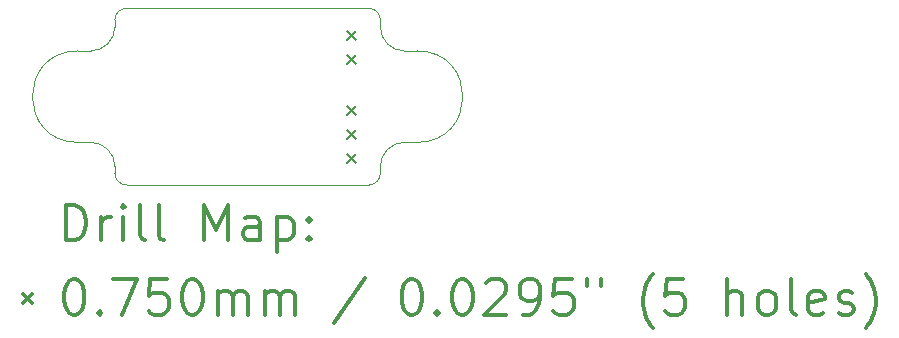
<source format=gbr>
%FSLAX45Y45*%
G04 Gerber Fmt 4.5, Leading zero omitted, Abs format (unit mm)*
G04 Created by KiCad (PCBNEW (5.1.10)-1) date 2021-10-26 19:42:28*
%MOMM*%
%LPD*%
G01*
G04 APERTURE LIST*
%TA.AperFunction,Profile*%
%ADD10C,0.050000*%
%TD*%
%ADD11C,0.200000*%
%ADD12C,0.300000*%
G04 APERTURE END LIST*
D10*
X16363950Y-10463530D02*
X16363950Y-10521950D01*
X16264890Y-10364470D02*
X14260830Y-10364470D01*
X14116050Y-10521950D02*
X14116050Y-10463530D01*
X14116050Y-11761470D02*
X14116050Y-11703050D01*
X16363950Y-11761470D02*
X16363950Y-11703050D01*
X16567150Y-11499850D02*
X16675100Y-11499850D01*
X16675100Y-10725150D02*
X16567150Y-10725150D01*
X13912850Y-10725150D02*
X13804900Y-10725150D01*
X13912850Y-11499850D02*
X13804900Y-11499850D01*
X13912850Y-11499850D02*
G75*
G02*
X14116050Y-11703050I0J-203200D01*
G01*
X14116050Y-10521950D02*
G75*
G02*
X13912850Y-10725150I-203200J0D01*
G01*
X16567150Y-10725150D02*
G75*
G02*
X16363950Y-10521950I0J203200D01*
G01*
X16363950Y-11703050D02*
G75*
G02*
X16567150Y-11499850I203200J0D01*
G01*
X16675100Y-10725150D02*
G75*
G02*
X16675100Y-11499850I0J-387350D01*
G01*
X13804900Y-11499850D02*
G75*
G02*
X13804900Y-10725150I0J387350D01*
G01*
X14215110Y-11860530D02*
X16219170Y-11860530D01*
X14215110Y-11860530D02*
G75*
G02*
X14116050Y-11761470I0J99060D01*
G01*
X16363950Y-11761470D02*
G75*
G02*
X16264890Y-11860530I-99060J0D01*
G01*
X16219170Y-11860530D02*
X16264890Y-11860530D01*
X14260830Y-10364470D02*
X14215110Y-10364470D01*
X14116050Y-10463530D02*
G75*
G02*
X14215110Y-10364470I99060J0D01*
G01*
X16264890Y-10364470D02*
G75*
G02*
X16363950Y-10463530I0J-99060D01*
G01*
D11*
X16078800Y-10560650D02*
X16153800Y-10635650D01*
X16153800Y-10560650D02*
X16078800Y-10635650D01*
X16078800Y-10760650D02*
X16153800Y-10835650D01*
X16153800Y-10760650D02*
X16078800Y-10835650D01*
X16078800Y-11195650D02*
X16153800Y-11270650D01*
X16153800Y-11195650D02*
X16078800Y-11270650D01*
X16078800Y-11395650D02*
X16153800Y-11470650D01*
X16153800Y-11395650D02*
X16078800Y-11470650D01*
X16078800Y-11595650D02*
X16153800Y-11670650D01*
X16153800Y-11595650D02*
X16078800Y-11670650D01*
D12*
X13701478Y-12328744D02*
X13701478Y-12028744D01*
X13772907Y-12028744D01*
X13815764Y-12043030D01*
X13844336Y-12071601D01*
X13858621Y-12100173D01*
X13872907Y-12157316D01*
X13872907Y-12200173D01*
X13858621Y-12257316D01*
X13844336Y-12285887D01*
X13815764Y-12314459D01*
X13772907Y-12328744D01*
X13701478Y-12328744D01*
X14001478Y-12328744D02*
X14001478Y-12128744D01*
X14001478Y-12185887D02*
X14015764Y-12157316D01*
X14030050Y-12143030D01*
X14058621Y-12128744D01*
X14087193Y-12128744D01*
X14187193Y-12328744D02*
X14187193Y-12128744D01*
X14187193Y-12028744D02*
X14172907Y-12043030D01*
X14187193Y-12057316D01*
X14201478Y-12043030D01*
X14187193Y-12028744D01*
X14187193Y-12057316D01*
X14372907Y-12328744D02*
X14344336Y-12314459D01*
X14330050Y-12285887D01*
X14330050Y-12028744D01*
X14530050Y-12328744D02*
X14501478Y-12314459D01*
X14487193Y-12285887D01*
X14487193Y-12028744D01*
X14872907Y-12328744D02*
X14872907Y-12028744D01*
X14972907Y-12243030D01*
X15072907Y-12028744D01*
X15072907Y-12328744D01*
X15344336Y-12328744D02*
X15344336Y-12171601D01*
X15330050Y-12143030D01*
X15301478Y-12128744D01*
X15244336Y-12128744D01*
X15215764Y-12143030D01*
X15344336Y-12314459D02*
X15315764Y-12328744D01*
X15244336Y-12328744D01*
X15215764Y-12314459D01*
X15201478Y-12285887D01*
X15201478Y-12257316D01*
X15215764Y-12228744D01*
X15244336Y-12214459D01*
X15315764Y-12214459D01*
X15344336Y-12200173D01*
X15487193Y-12128744D02*
X15487193Y-12428744D01*
X15487193Y-12143030D02*
X15515764Y-12128744D01*
X15572907Y-12128744D01*
X15601478Y-12143030D01*
X15615764Y-12157316D01*
X15630050Y-12185887D01*
X15630050Y-12271601D01*
X15615764Y-12300173D01*
X15601478Y-12314459D01*
X15572907Y-12328744D01*
X15515764Y-12328744D01*
X15487193Y-12314459D01*
X15758621Y-12300173D02*
X15772907Y-12314459D01*
X15758621Y-12328744D01*
X15744336Y-12314459D01*
X15758621Y-12300173D01*
X15758621Y-12328744D01*
X15758621Y-12143030D02*
X15772907Y-12157316D01*
X15758621Y-12171601D01*
X15744336Y-12157316D01*
X15758621Y-12143030D01*
X15758621Y-12171601D01*
X13340050Y-12785530D02*
X13415050Y-12860530D01*
X13415050Y-12785530D02*
X13340050Y-12860530D01*
X13758621Y-12658744D02*
X13787193Y-12658744D01*
X13815764Y-12673030D01*
X13830050Y-12687316D01*
X13844336Y-12715887D01*
X13858621Y-12773030D01*
X13858621Y-12844459D01*
X13844336Y-12901601D01*
X13830050Y-12930173D01*
X13815764Y-12944459D01*
X13787193Y-12958744D01*
X13758621Y-12958744D01*
X13730050Y-12944459D01*
X13715764Y-12930173D01*
X13701478Y-12901601D01*
X13687193Y-12844459D01*
X13687193Y-12773030D01*
X13701478Y-12715887D01*
X13715764Y-12687316D01*
X13730050Y-12673030D01*
X13758621Y-12658744D01*
X13987193Y-12930173D02*
X14001478Y-12944459D01*
X13987193Y-12958744D01*
X13972907Y-12944459D01*
X13987193Y-12930173D01*
X13987193Y-12958744D01*
X14101478Y-12658744D02*
X14301478Y-12658744D01*
X14172907Y-12958744D01*
X14558621Y-12658744D02*
X14415764Y-12658744D01*
X14401478Y-12801601D01*
X14415764Y-12787316D01*
X14444336Y-12773030D01*
X14515764Y-12773030D01*
X14544336Y-12787316D01*
X14558621Y-12801601D01*
X14572907Y-12830173D01*
X14572907Y-12901601D01*
X14558621Y-12930173D01*
X14544336Y-12944459D01*
X14515764Y-12958744D01*
X14444336Y-12958744D01*
X14415764Y-12944459D01*
X14401478Y-12930173D01*
X14758621Y-12658744D02*
X14787193Y-12658744D01*
X14815764Y-12673030D01*
X14830050Y-12687316D01*
X14844336Y-12715887D01*
X14858621Y-12773030D01*
X14858621Y-12844459D01*
X14844336Y-12901601D01*
X14830050Y-12930173D01*
X14815764Y-12944459D01*
X14787193Y-12958744D01*
X14758621Y-12958744D01*
X14730050Y-12944459D01*
X14715764Y-12930173D01*
X14701478Y-12901601D01*
X14687193Y-12844459D01*
X14687193Y-12773030D01*
X14701478Y-12715887D01*
X14715764Y-12687316D01*
X14730050Y-12673030D01*
X14758621Y-12658744D01*
X14987193Y-12958744D02*
X14987193Y-12758744D01*
X14987193Y-12787316D02*
X15001478Y-12773030D01*
X15030050Y-12758744D01*
X15072907Y-12758744D01*
X15101478Y-12773030D01*
X15115764Y-12801601D01*
X15115764Y-12958744D01*
X15115764Y-12801601D02*
X15130050Y-12773030D01*
X15158621Y-12758744D01*
X15201478Y-12758744D01*
X15230050Y-12773030D01*
X15244336Y-12801601D01*
X15244336Y-12958744D01*
X15387193Y-12958744D02*
X15387193Y-12758744D01*
X15387193Y-12787316D02*
X15401478Y-12773030D01*
X15430050Y-12758744D01*
X15472907Y-12758744D01*
X15501478Y-12773030D01*
X15515764Y-12801601D01*
X15515764Y-12958744D01*
X15515764Y-12801601D02*
X15530050Y-12773030D01*
X15558621Y-12758744D01*
X15601478Y-12758744D01*
X15630050Y-12773030D01*
X15644336Y-12801601D01*
X15644336Y-12958744D01*
X16230050Y-12644459D02*
X15972907Y-13030173D01*
X16615764Y-12658744D02*
X16644336Y-12658744D01*
X16672907Y-12673030D01*
X16687193Y-12687316D01*
X16701478Y-12715887D01*
X16715764Y-12773030D01*
X16715764Y-12844459D01*
X16701478Y-12901601D01*
X16687193Y-12930173D01*
X16672907Y-12944459D01*
X16644336Y-12958744D01*
X16615764Y-12958744D01*
X16587193Y-12944459D01*
X16572907Y-12930173D01*
X16558621Y-12901601D01*
X16544336Y-12844459D01*
X16544336Y-12773030D01*
X16558621Y-12715887D01*
X16572907Y-12687316D01*
X16587193Y-12673030D01*
X16615764Y-12658744D01*
X16844336Y-12930173D02*
X16858621Y-12944459D01*
X16844336Y-12958744D01*
X16830050Y-12944459D01*
X16844336Y-12930173D01*
X16844336Y-12958744D01*
X17044336Y-12658744D02*
X17072907Y-12658744D01*
X17101478Y-12673030D01*
X17115764Y-12687316D01*
X17130050Y-12715887D01*
X17144336Y-12773030D01*
X17144336Y-12844459D01*
X17130050Y-12901601D01*
X17115764Y-12930173D01*
X17101478Y-12944459D01*
X17072907Y-12958744D01*
X17044336Y-12958744D01*
X17015764Y-12944459D01*
X17001478Y-12930173D01*
X16987193Y-12901601D01*
X16972907Y-12844459D01*
X16972907Y-12773030D01*
X16987193Y-12715887D01*
X17001478Y-12687316D01*
X17015764Y-12673030D01*
X17044336Y-12658744D01*
X17258621Y-12687316D02*
X17272907Y-12673030D01*
X17301478Y-12658744D01*
X17372907Y-12658744D01*
X17401478Y-12673030D01*
X17415764Y-12687316D01*
X17430050Y-12715887D01*
X17430050Y-12744459D01*
X17415764Y-12787316D01*
X17244336Y-12958744D01*
X17430050Y-12958744D01*
X17572907Y-12958744D02*
X17630050Y-12958744D01*
X17658621Y-12944459D01*
X17672907Y-12930173D01*
X17701478Y-12887316D01*
X17715764Y-12830173D01*
X17715764Y-12715887D01*
X17701478Y-12687316D01*
X17687193Y-12673030D01*
X17658621Y-12658744D01*
X17601478Y-12658744D01*
X17572907Y-12673030D01*
X17558621Y-12687316D01*
X17544336Y-12715887D01*
X17544336Y-12787316D01*
X17558621Y-12815887D01*
X17572907Y-12830173D01*
X17601478Y-12844459D01*
X17658621Y-12844459D01*
X17687193Y-12830173D01*
X17701478Y-12815887D01*
X17715764Y-12787316D01*
X17987193Y-12658744D02*
X17844336Y-12658744D01*
X17830050Y-12801601D01*
X17844336Y-12787316D01*
X17872907Y-12773030D01*
X17944336Y-12773030D01*
X17972907Y-12787316D01*
X17987193Y-12801601D01*
X18001478Y-12830173D01*
X18001478Y-12901601D01*
X17987193Y-12930173D01*
X17972907Y-12944459D01*
X17944336Y-12958744D01*
X17872907Y-12958744D01*
X17844336Y-12944459D01*
X17830050Y-12930173D01*
X18115764Y-12658744D02*
X18115764Y-12715887D01*
X18230050Y-12658744D02*
X18230050Y-12715887D01*
X18672907Y-13073030D02*
X18658621Y-13058744D01*
X18630050Y-13015887D01*
X18615764Y-12987316D01*
X18601478Y-12944459D01*
X18587193Y-12873030D01*
X18587193Y-12815887D01*
X18601478Y-12744459D01*
X18615764Y-12701601D01*
X18630050Y-12673030D01*
X18658621Y-12630173D01*
X18672907Y-12615887D01*
X18930050Y-12658744D02*
X18787193Y-12658744D01*
X18772907Y-12801601D01*
X18787193Y-12787316D01*
X18815764Y-12773030D01*
X18887193Y-12773030D01*
X18915764Y-12787316D01*
X18930050Y-12801601D01*
X18944336Y-12830173D01*
X18944336Y-12901601D01*
X18930050Y-12930173D01*
X18915764Y-12944459D01*
X18887193Y-12958744D01*
X18815764Y-12958744D01*
X18787193Y-12944459D01*
X18772907Y-12930173D01*
X19301478Y-12958744D02*
X19301478Y-12658744D01*
X19430050Y-12958744D02*
X19430050Y-12801601D01*
X19415764Y-12773030D01*
X19387193Y-12758744D01*
X19344336Y-12758744D01*
X19315764Y-12773030D01*
X19301478Y-12787316D01*
X19615764Y-12958744D02*
X19587193Y-12944459D01*
X19572907Y-12930173D01*
X19558621Y-12901601D01*
X19558621Y-12815887D01*
X19572907Y-12787316D01*
X19587193Y-12773030D01*
X19615764Y-12758744D01*
X19658621Y-12758744D01*
X19687193Y-12773030D01*
X19701478Y-12787316D01*
X19715764Y-12815887D01*
X19715764Y-12901601D01*
X19701478Y-12930173D01*
X19687193Y-12944459D01*
X19658621Y-12958744D01*
X19615764Y-12958744D01*
X19887193Y-12958744D02*
X19858621Y-12944459D01*
X19844336Y-12915887D01*
X19844336Y-12658744D01*
X20115764Y-12944459D02*
X20087193Y-12958744D01*
X20030050Y-12958744D01*
X20001478Y-12944459D01*
X19987193Y-12915887D01*
X19987193Y-12801601D01*
X20001478Y-12773030D01*
X20030050Y-12758744D01*
X20087193Y-12758744D01*
X20115764Y-12773030D01*
X20130050Y-12801601D01*
X20130050Y-12830173D01*
X19987193Y-12858744D01*
X20244336Y-12944459D02*
X20272907Y-12958744D01*
X20330050Y-12958744D01*
X20358621Y-12944459D01*
X20372907Y-12915887D01*
X20372907Y-12901601D01*
X20358621Y-12873030D01*
X20330050Y-12858744D01*
X20287193Y-12858744D01*
X20258621Y-12844459D01*
X20244336Y-12815887D01*
X20244336Y-12801601D01*
X20258621Y-12773030D01*
X20287193Y-12758744D01*
X20330050Y-12758744D01*
X20358621Y-12773030D01*
X20472907Y-13073030D02*
X20487193Y-13058744D01*
X20515764Y-13015887D01*
X20530050Y-12987316D01*
X20544336Y-12944459D01*
X20558621Y-12873030D01*
X20558621Y-12815887D01*
X20544336Y-12744459D01*
X20530050Y-12701601D01*
X20515764Y-12673030D01*
X20487193Y-12630173D01*
X20472907Y-12615887D01*
M02*

</source>
